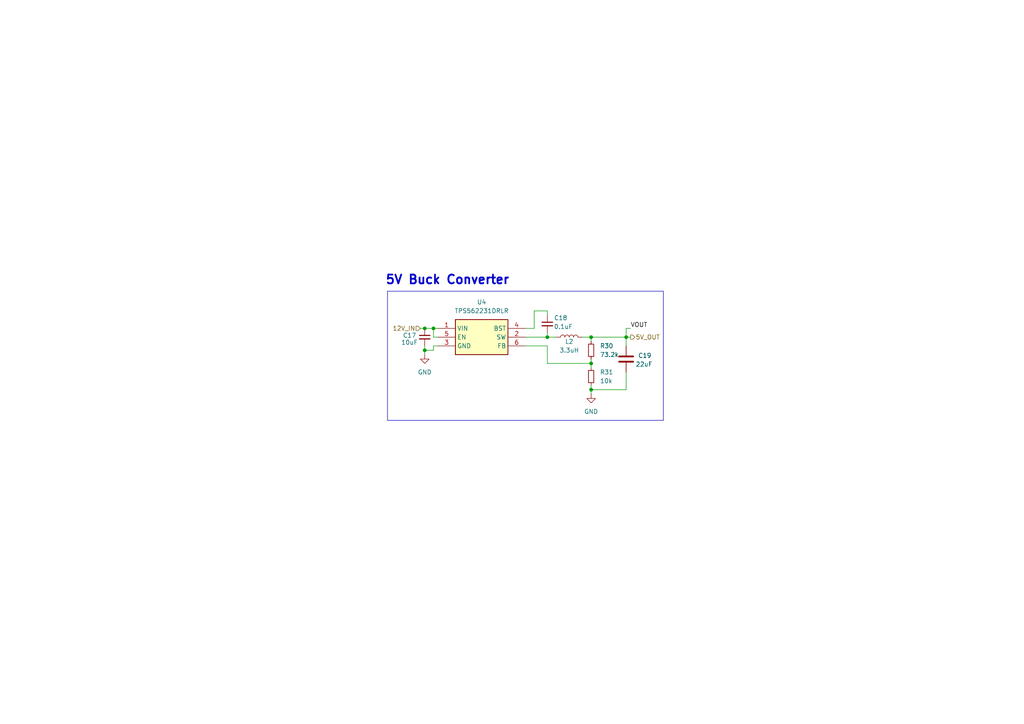
<source format=kicad_sch>
(kicad_sch (version 20231120) (generator "eeschema") (generator_version "8.0")
  (paper "A4")
  (title_block (title "5V Buck Converter") (company "Longhorn Racing Solar") (comment 1 "https://cloud.wikis.utexas.edu/wiki/x/-qKvAQ"))
  (lib_symbols
    (symbol "Device:C" (pin_numbers hide) (pin_names (offset 0.254))
      (property "Reference" "C" (at 0.635 2.54 0))
      (property "Value" "C" (at 0.635 -2.54 0))
      (symbol "C_0_1"
        (polyline (pts (xy -2.032 -0.762) (xy 2.032 -0.762)) (stroke (width 0.508)))
        (polyline (pts (xy -2.032 0.762) (xy 2.032 0.762)) (stroke (width 0.508)))
      )
      (symbol "C_1_1"
        (pin passive line (at 0 3.81 270) (length 2.794) (name "~") (number "1"))
        (pin passive line (at 0 -3.81 90) (length 2.794) (name "~") (number "2"))
      )
    )
    (symbol "Device:C_Small" (pin_numbers hide) (pin_names (offset 0.254) hide)
      (property "Reference" "C" (at 0.254 1.778 0))
      (property "Value" "C_Small" (at 0.254 -2.032 0))
      (symbol "C_Small_0_1"
        (polyline (pts (xy -1.524 -0.508) (xy 1.524 -0.508)) (stroke (width 0.3302)))
        (polyline (pts (xy -1.524 0.508) (xy 1.524 0.508)) (stroke (width 0.3048)))
      )
      (symbol "C_Small_1_1"
        (pin passive line (at 0 2.54 270) (length 2.032) (name "~") (number "1"))
        (pin passive line (at 0 -2.54 90) (length 2.032) (name "~") (number "2"))
      )
    )
    (symbol "Device:L" (pin_numbers hide) (pin_names (offset 1.016) hide)
      (property "Reference" "L" (at -1.27 0 90))
      (property "Value" "L" (at 1.905 0 90))
      (symbol "L_0_1"
        (arc (start 0 -2.54) (mid 0.6323 -1.905) (end 0 -1.27))
        (arc (start 0 -1.27) (mid 0.6323 -0.635) (end 0 0))
        (arc (start 0 0) (mid 0.6323 0.635) (end 0 1.27))
        (arc (start 0 1.27) (mid 0.6323 1.905) (end 0 2.54))
      )
      (symbol "L_1_1"
        (pin passive line (at 0 3.81 270) (length 1.27) (name "1") (number "1"))
        (pin passive line (at 0 -3.81 90) (length 1.27) (name "2") (number "2"))
      )
    )
    (symbol "Device:R_Small" (pin_numbers hide) (pin_names (offset 0.254) hide)
      (property "Reference" "R" (at 0.762 0.508 0))
      (property "Value" "R_Small" (at 0.762 -1.016 0))
      (symbol "R_Small_0_1"
        (rectangle (start -0.762 1.778) (end 0.762 -1.778) (stroke (width 0.2032)))
      )
      (symbol "R_Small_1_1"
        (pin passive line (at 0 2.54 270) (length 0.762) (name "~") (number "1"))
        (pin passive line (at 0 -2.54 90) (length 0.762) (name "~") (number "2"))
      )
    )
    (symbol "power:GND" (power) (pin_numbers hide) (pin_names (offset 0) hide)
      (property "Value" "GND" (at 0 -3.81 0))
      (symbol "GND_0_1"
        (polyline (pts (xy 0 0) (xy 0 -1.27) (xy 1.27 -1.27) (xy 0 -2.54) (xy -1.27 -1.27) (xy 0 -1.27)))
      )
      (symbol "GND_1_1"
        (pin power_in line (at 0 0 270) (length 0) (name "~") (number "1"))
      )
    )
    (symbol "utsvt-power-regulators:TPS562231DRLR"
      (property "Reference" "U" (at 0 1.778 0))
      (property "Value" "TPS562231DRLR" (at 0 0 0))
      (symbol "TPS562231DRLR_1_1"
        (rectangle (start -6.35 -2.54) (end 8.89 -12.7) (stroke (width 0.254)) (fill (type background)))
        (pin passive line (at -11.43 -5.08 0) (length 5.08) (name "VIN") (number "1"))
        (pin passive line (at 13.97 -7.62 180) (length 5.08) (name "SW") (number "2"))
        (pin passive line (at -11.43 -10.16 0) (length 5.08) (name "GND") (number "3"))
        (pin passive line (at 13.97 -5.08 180) (length 5.08) (name "BST") (number "4"))
        (pin passive line (at -11.43 -7.62 0) (length 5.08) (name "EN") (number "5"))
        (pin passive line (at 13.97 -10.16 180) (length 5.08) (name "FB") (number "6"))
      )
    )
  )
  (junction (at 181.61 97.79))
  (junction (at 125.73 95.25))
  (junction (at 171.45 97.79))
  (junction (at 123.19 101.6))
  (junction (at 158.75 97.79))
  (junction (at 171.45 113.03))
  (junction (at 171.45 105.41))
  (junction (at 123.19 95.25))
  (wire (pts (xy 125.73 95.25) (xy 127 95.25)))
  (wire (pts (xy 154.94 95.25) (xy 154.94 90.17)))
  (wire (pts (xy 158.75 100.33) (xy 158.75 105.41)))
  (wire (pts (xy 158.75 105.41) (xy 171.45 105.41)))
  (wire (pts (xy 125.73 97.79) (xy 125.73 95.25)))
  (wire (pts (xy 181.61 107.95) (xy 181.61 113.03)))
  (wire (pts (xy 121.92 95.25) (xy 123.19 95.25)))
  (wire (pts (xy 123.19 95.25) (xy 125.73 95.25)))
  (wire (pts (xy 171.45 97.79) (xy 171.45 99.06)))
  (wire (pts (xy 171.45 104.14) (xy 171.45 105.41)))
  (wire (pts (xy 123.19 101.6) (xy 125.73 101.6)))
  (wire (pts (xy 152.4 100.33) (xy 158.75 100.33)))
  (wire (pts (xy 152.4 95.25) (xy 154.94 95.25)))
  (wire (pts (xy 152.4 97.79) (xy 158.75 97.79)))
  (wire (pts (xy 158.75 90.17) (xy 158.75 91.44)))
  (wire (pts (xy 123.19 101.6) (xy 123.19 102.87)))
  (wire (pts (xy 171.45 113.03) (xy 171.45 111.76)))
  (wire (pts (xy 125.73 100.33) (xy 127 100.33)))
  (wire (pts (xy 181.61 95.25) (xy 181.61 97.79)))
  (wire (pts (xy 158.75 97.79) (xy 161.29 97.79)))
  (wire (pts (xy 181.61 97.79) (xy 182.88 97.79)))
  (wire (pts (xy 181.61 97.79) (xy 181.61 100.33)))
  (wire (pts (xy 181.61 113.03) (xy 171.45 113.03)))
  (wire (pts (xy 125.73 101.6) (xy 125.73 100.33)))
  (wire (pts (xy 158.75 96.52) (xy 158.75 97.79)))
  (wire (pts (xy 171.45 114.3) (xy 171.45 113.03)))
  (wire (pts (xy 171.45 97.79) (xy 181.61 97.79)))
  (wire (pts (xy 127 97.79) (xy 125.73 97.79)))
  (wire (pts (xy 154.94 90.17) (xy 158.75 90.17)))
  (wire (pts (xy 168.91 97.79) (xy 171.45 97.79)))
  (wire (pts (xy 182.88 95.25) (xy 181.61 95.25)))
  (wire (pts (xy 171.45 106.68) (xy 171.45 105.41)))
  (wire (pts (xy 123.19 100.33) (xy 123.19 101.6)))
  (rectangle (start 112.395 84.455) (end 192.405 121.92))
  (text "5V Buck Converter" (at 129.794 81.28 0) (effects (font (size 2.54 2.54) (bold yes))))
  (label "VOUT" (at 182.88 95.25 0))
  (hierarchical_label "12V_IN" (shape input) (at 121.92 95.25 180))
  (hierarchical_label "5V_OUT" (shape output) (at 182.88 97.79 0))
  (symbol (lib_id "Device:C_Small") (at 123.19 97.79 0) (unit 1)
    (property "Reference" "C17" (at 116.84 97.282 0) (effects (justify left)))
    (property "Value" "10uF" (at 116.332 99.314 0) (effects (justify left)))
    (property "Footprint" "Capacitor_SMD:C_0805_2012Metric" (effects (hide yes)))
    (property "Description" "Unpolarized capacitor, small symbol" (effects (hide yes)))
    (property "Vdc" "50V" (effects (hide yes)))
    (property "Mouser Part Number" "C2220C106M5RACTU" (effects (hide yes)))
    (property "Manufacturer_Name" "KEMET" (effects (hide yes)))
  )
  (symbol (lib_id "Device:C") (at 181.61 104.14 0) (mirror y) (unit 1)
    (property "Reference" "C19" (at 188.976 103.124 0) (effects (justify left)))
    (property "Value" "22uF" (at 189.23 105.664 0) (effects (justify left)))
    (property "Footprint" "Capacitor_SMD:C_0805_2012Metric" (effects (hide yes)))
    (property "Description" "Unpolarized capacitor" (effects (hide yes)))
    (property "Vdc" "35V" (effects (hide yes)))
    (property "Manufacturer_Name" "TDK" (effects (hide yes)))
    (property "Mouser Part Number" "C2012X5R1V226M125AC" (effects (hide yes)))
  )
  (symbol (lib_id "Device:C_Small") (at 158.75 93.98 0) (mirror y) (unit 1)
    (property "Reference" "C18" (at 164.592 92.202 0) (effects (justify left)))
    (property "Value" "0.1uF" (at 166.116 94.742 0) (effects (justify left)))
    (property "Footprint" "Capacitor_SMD:C_0805_2012Metric" (effects (hide yes)))
    (property "Description" "Unpolarized capacitor, small symbol" (effects (hide yes)))
    (property "Mouser Part Number" "C0805C104M5RACTU" (effects (hide yes)))
    (property "Vdc" "50V" (effects (hide yes)))
    (property "Manufacturer_Name" "KEMET" (effects (hide yes)))
  )
  (symbol (lib_id "Device:R_Small") (at 171.45 101.6 0) (unit 1)
    (property "Reference" "R30" (at 173.99 100.3299 0) (effects (justify left)))
    (property "Value" "73.2k" (at 173.99 102.8699 0) (effects (justify left)))
    (property "Footprint" "Resistor_SMD:R_0805_2012Metric" (effects (hide yes)))
    (property "Description" "Resistor, small symbol" (effects (hide yes)))
    (property "Mouser Part Number" "CRCW080573K2FKEA" (effects (hide yes)))
    (property "Manufacturer_Name" "VISHAY" (effects (hide yes)))
  )
  (symbol (lib_id "Device:R_Small") (at 171.45 109.22 0) (unit 1)
    (property "Reference" "R31" (at 173.99 107.9499 0) (effects (justify left)))
    (property "Value" "10k" (at 173.99 110.4899 0) (effects (justify left)))
    (property "Footprint" "Resistor_SMD:R_0805_2012Metric" (effects (hide yes)))
    (property "Description" "Resistor, small symbol" (effects (hide yes)))
    (property "Mouser Part Number" "CRCW080510K0FKEAC " (effects (hide yes)))
    (property "Manufacturer_Name" "VISHAY" (effects (hide yes)))
  )
  (symbol (lib_id "utsvt-power-regulators:TPS562231DRLR") (at 138.43 90.17 0) (unit 1)
    (property "Reference" "U4" (at 139.7 87.63 0))
    (property "Value" "TPS562231DRLR" (at 139.7 90.17 0))
    (property "Footprint" "Package_TO_SOT_SMD:SOT-563" (effects (hide yes)))
    (property "Datasheet" "https://www.ti.com/lit/ds/symlink/tps562231.pdf?ts=1724081383264&ref_url=https%253A%252F%252Fwww.mouser.com%252F" (effects (hide yes)))
    (property "P/N" "TPS562231DRLR" (effects (hide yes)))
    (property "Manufacturer_Name" "Texas Instruments" (effects (hide yes)))
    (property "Mouser Part Number" "595-TPS562231DRLR" (effects (hide yes)))
  )
  (symbol (lib_id "power:GND") (at 171.45 114.3 0) (unit 1)
    (property "Reference" "#PWR065" (effects (hide yes)))
    (property "Value" "GND" (at 171.45 119.38 0))
    (property "Description" "Power symbol creates a global label with name \"GND\" , ground" (effects (hide yes)))
  )
  (symbol (lib_id "Device:L") (at 165.1 97.79 90) (unit 1)
    (property "Reference" "L2" (at 165.1 99.06 90))
    (property "Value" "3.3uH" (at 165.1 101.6 90))
    (property "Footprint" "UTSVT_Passive:INDPM110100X400N" (effects (hide yes)))
    (property "Datasheet" "https://www.mouser.com/datasheet/2/54/Bourns_07202023_SRP1038CC-3247812.pdf" (effects (hide yes)))
    (property "Description" "Inductor" (effects (hide yes)))
    (property "Mouser Part Number" "652-SRP1038CC-3R3M" (effects (hide yes)))
    (property "Manufacturer_Name" "Bourns" (effects (hide yes)))
  )
  (symbol (lib_id "power:GND") (at 123.19 102.87 0) (unit 1)
    (property "Reference" "#PWR064" (effects (hide yes)))
    (property "Value" "GND" (at 123.19 107.95 0))
    (property "Description" "Power symbol creates a global label with name \"GND\" , ground" (effects (hide yes)))
  )
)
</source>
